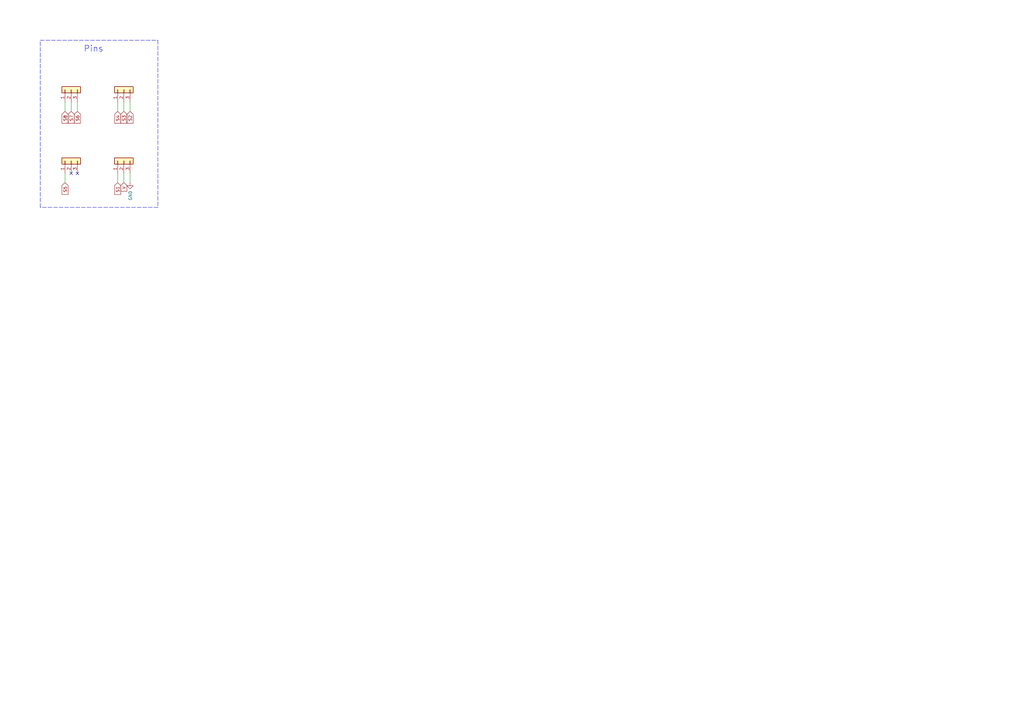
<source format=kicad_sch>
(kicad_sch (version 20250114) (generator "eeschema") (generator_version "9.0")
  (paper "A3")
  (title_block (title "PRODUCT NAME"))
  (lib_symbols
    (symbol "Connector_Generic:Conn_01x03" (pin_names (offset 1.016) (hide yes))
      (property "Reference" "J" (at 0 5.08 0))
      (property "Value" "Conn_01x03" (at 0 -5.08 0))
      (symbol "Conn_01x03_1_1"
        (rectangle (start -1.27 3.81) (end 1.27 -3.81) (stroke (width 0.254)) (fill (type background)))
        (rectangle (start -1.27 2.667) (end 0 2.413) (stroke (width 0.1524)))
        (rectangle (start -1.27 0.127) (end 0 -0.127) (stroke (width 0.1524)))
        (rectangle (start -1.27 -2.413) (end 0 -2.667) (stroke (width 0.1524)))
        (pin passive line (at -5.08 2.54 0) (length 3.81) (name "Pin_1") (number "1"))
        (pin passive line (at -5.08 0 0) (length 3.81) (name "Pin_2") (number "2"))
        (pin passive line (at -5.08 -2.54 0) (length 3.81) (name "Pin_3") (number "3"))
      )
    )
    (symbol "power:GND" (power) (pin_names (offset 0))
      (property "Value" "GND" (at 0 -3.81 0))
      (symbol "GND_0_1"
        (polyline (pts (xy 0 0) (xy 0 -1.27) (xy 1.27 -1.27) (xy 0 -2.54) (xy -1.27 -1.27) (xy 0 -1.27)))
      )
      (symbol "GND_1_1"
        (pin power_in line (at 0 0 270) (length 0) (hide yes) (name "GND") (number "1"))
      )
    )
  )
  (text "Pins" (at 34.29 21.59 0) (effects (font (size 2.5 2.5)) (justify left bottom)))
  (no_connect (at 29.21 71.12))
  (no_connect (at 31.75 71.12))
  (wire (pts (xy 53.34 45.72) (xy 53.34 41.91)))
  (wire (pts (xy 26.67 45.72) (xy 26.67 41.91)))
  (wire (pts (xy 29.21 45.72) (xy 29.21 41.91)))
  (polyline (pts (xy 64.77 85.09) (xy 16.51 85.09)) (stroke (width 0) (type dash)))
  (wire (pts (xy 48.26 45.72) (xy 48.26 41.91)))
  (wire (pts (xy 48.26 74.93) (xy 48.26 71.12)))
  (wire (pts (xy 26.67 74.93) (xy 26.67 71.12)))
  (polyline (pts (xy 64.77 16.51) (xy 64.77 85.09)) (stroke (width 0) (type dash)))
  (wire (pts (xy 53.34 74.93) (xy 53.34 71.12)))
  (wire (pts (xy 50.8 74.93) (xy 50.8 71.12)))
  (polyline (pts (xy 16.51 85.09) (xy 16.51 16.51)) (stroke (width 0) (type dash)))
  (polyline (pts (xy 16.51 16.51) (xy 64.77 16.51)) (stroke (width 0) (type dash)))
  (wire (pts (xy 31.75 45.72) (xy 31.75 41.91)))
  (wire (pts (xy 50.8 45.72) (xy 50.8 41.91)))
  (global_label "S1" (shape input) (at 48.26 74.93 270) (property "Intersheetrefs" "${INTERSHEET_REFS}" (effects (hide yes))) (property "Intersheetrefs" "${INTERSHEET_REFS}" (effects (hide yes))))
  (global_label "S2" (shape input) (at 53.34 45.72 270) (property "Intersheetrefs" "${INTERSHEET_REFS}" (effects (hide yes))) (property "Intersheetrefs" "${INTERSHEET_REFS}" (effects (hide yes))))
  (global_label "S8" (shape input) (at 26.67 45.72 270) (property "Intersheetrefs" "${INTERSHEET_REFS}" (effects (hide yes))) (property "Intersheetrefs" "${INTERSHEET_REFS}" (effects (hide yes))))
  (global_label "V" (shape input) (at 50.8 74.93 270) (property "Intersheetrefs" "${INTERSHEET_REFS}" (effects (hide yes))) (property "Intersheetrefs" "${INTERSHEET_REFS}" (effects (hide yes))))
  (global_label "S7" (shape input) (at 29.21 45.72 270) (property "Intersheetrefs" "${INTERSHEET_REFS}" (effects (hide yes))) (property "Intersheetrefs" "${INTERSHEET_REFS}" (effects (hide yes))))
  (global_label "S4" (shape input) (at 48.26 45.72 270) (property "Intersheetrefs" "${INTERSHEET_REFS}" (effects (hide yes))) (property "Intersheetrefs" "${INTERSHEET_REFS}" (effects (hide yes))))
  (global_label "S6" (shape input) (at 31.75 45.72 270) (property "Intersheetrefs" "${INTERSHEET_REFS}" (effects (hide yes))) (property "Intersheetrefs" "${INTERSHEET_REFS}" (effects (hide yes))))
  (global_label "S5" (shape input) (at 26.67 74.93 270) (property "Intersheetrefs" "${INTERSHEET_REFS}" (effects (hide yes))) (property "Intersheetrefs" "${INTERSHEET_REFS}" (effects (hide yes))))
  (global_label "S3" (shape input) (at 50.8 45.72 270) (property "Intersheetrefs" "${INTERSHEET_REFS}" (effects (hide yes))) (property "Intersheetrefs" "${INTERSHEET_REFS}" (effects (hide yes))))
  (symbol (lib_id "Connector_Generic:Conn_01x03") (at 50.8 36.83 90) (unit 1)
    (property "Reference" "J3" (at 52.07 29.21 90) (effects (justify left)))
    (property "Value" "UP" (at 52.07 33.02 90) (effects (justify left)))
    (property "Footprint" "Connector_PinHeader_2.54mm:PinHeader_1x03_P2.54mm_Vertical" (effects (hide yes)))
    (property "Footprint" "Connector_PinSocket_2.54mm:PinSocket_1x03_P2.54mm_Vertical" (effects (hide yes)))
    (property "Reference" "J3" (effects (hide yes)))
    (property "Value" "UP (A)" (effects (hide yes)))
  )
  (symbol (lib_id "Connector_Generic:Conn_01x03") (at 50.8 66.04 90) (unit 1)
    (property "Reference" "J4" (at 52.07 59.69 90) (effects (justify left)))
    (property "Value" "DOWN" (at 53.34 62.23 90) (effects (justify left)))
    (property "Footprint" "Connector_PinHeader_2.54mm:PinHeader_1x03_P2.54mm_Vertical" (effects (hide yes)))
    (property "Footprint" "Connector_PinSocket_2.54mm:PinSocket_1x03_P2.54mm_Vertical" (effects (hide yes)))
    (property "Reference" "J4" (effects (hide yes)))
    (property "Value" "DOWN (A)" (effects (hide yes)))
  )
  (symbol (lib_id "power:GND") (at 53.34 74.93 0) (unit 1)
    (property "Reference" "#PWR01" (effects (hide yes)))
    (property "Value" "GND" (at 53.467 78.1812 90) (effects (justify right)))
  )
  (symbol (lib_id "Connector_Generic:Conn_01x03") (at 29.21 36.83 90) (unit 1)
    (property "Reference" "J1" (at 30.48 29.21 90) (effects (justify left)))
    (property "Value" "UP" (at 30.48 33.02 90) (effects (justify left)))
    (property "Footprint" "Connector_PinHeader_2.54mm:PinHeader_1x03_P2.54mm_Vertical" (effects (hide yes)))
    (property "Footprint" "Connector_PinSocket_2.54mm:PinSocket_1x03_P2.54mm_Vertical" (effects (hide yes)))
    (property "Reference" "J1" (effects (hide yes)))
    (property "Value" "UP (A)" (effects (hide yes)))
  )
  (symbol (lib_id "Connector_Generic:Conn_01x03") (at 29.21 66.04 90) (unit 1)
    (property "Reference" "J2" (at 30.48 59.69 90) (effects (justify left)))
    (property "Value" "DOWN" (at 31.75 62.23 90) (effects (justify left)))
    (property "Footprint" "Connector_PinHeader_2.54mm:PinHeader_1x03_P2.54mm_Vertical" (effects (hide yes)))
    (property "Footprint" "Connector_PinSocket_2.54mm:PinSocket_1x03_P2.54mm_Vertical" (effects (hide yes)))
    (property "Reference" "J2" (effects (hide yes)))
    (property "Value" "DOWN (A)" (effects (hide yes)))
  )
)
</source>
